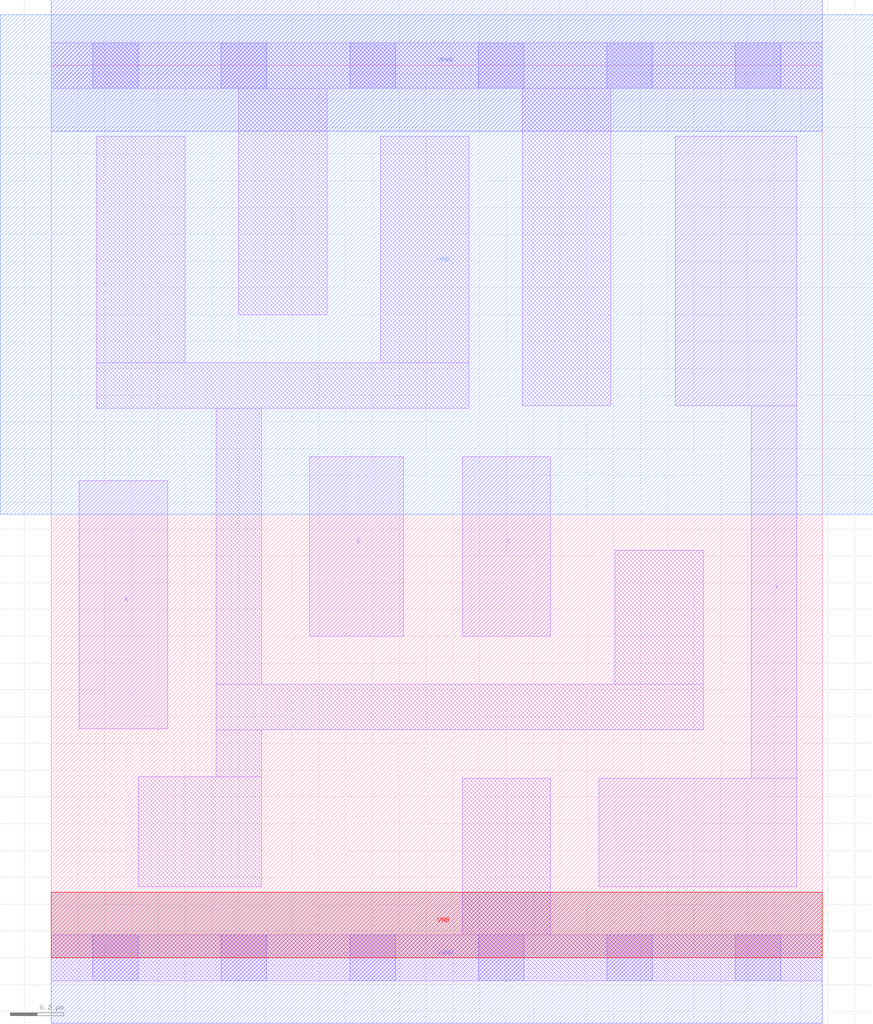
<source format=lef>
# Copyright 2020 The SkyWater PDK Authors
#
# Licensed under the Apache License, Version 2.0 (the "License");
# you may not use this file except in compliance with the License.
# You may obtain a copy of the License at
#
#     https://www.apache.org/licenses/LICENSE-2.0
#
# Unless required by applicable law or agreed to in writing, software
# distributed under the License is distributed on an "AS IS" BASIS,
# WITHOUT WARRANTIES OR CONDITIONS OF ANY KIND, either express or implied.
# See the License for the specific language governing permissions and
# limitations under the License.
#
# SPDX-License-Identifier: Apache-2.0

VERSION 5.7 ;
  NOWIREEXTENSIONATPIN ON ;
  DIVIDERCHAR "/" ;
  BUSBITCHARS "[]" ;
MACRO sky130_fd_sc_lp__and3_lp
  CLASS CORE ;
  FOREIGN sky130_fd_sc_lp__and3_lp ;
  ORIGIN  0.000000  0.000000 ;
  SIZE  2.880000 BY  3.330000 ;
  SYMMETRY X Y R90 ;
  SITE unit ;
  PIN A
    ANTENNAGATEAREA  0.313000 ;
    DIRECTION INPUT ;
    USE SIGNAL ;
    PORT
      LAYER li1 ;
        RECT 0.105000 0.855000 0.435000 1.780000 ;
    END
  END A
  PIN B
    ANTENNAGATEAREA  0.313000 ;
    DIRECTION INPUT ;
    USE SIGNAL ;
    PORT
      LAYER li1 ;
        RECT 0.965000 1.200000 1.315000 1.870000 ;
    END
  END B
  PIN C
    ANTENNAGATEAREA  0.313000 ;
    DIRECTION INPUT ;
    USE SIGNAL ;
    PORT
      LAYER li1 ;
        RECT 1.535000 1.200000 1.865000 1.870000 ;
    END
  END C
  PIN X
    ANTENNADIFFAREA  0.404700 ;
    DIRECTION OUTPUT ;
    USE SIGNAL ;
    PORT
      LAYER li1 ;
        RECT 2.045000 0.265000 2.785000 0.670000 ;
        RECT 2.330000 2.060000 2.785000 3.065000 ;
        RECT 2.615000 0.670000 2.785000 2.060000 ;
    END
  END X
  PIN VGND
    DIRECTION INOUT ;
    USE GROUND ;
    PORT
      LAYER met1 ;
        RECT 0.000000 -0.245000 2.880000 0.245000 ;
    END
  END VGND
  PIN VNB
    DIRECTION INOUT ;
    USE GROUND ;
    PORT
      LAYER pwell ;
        RECT 0.000000 0.000000 2.880000 0.245000 ;
    END
  END VNB
  PIN VPB
    DIRECTION INOUT ;
    USE POWER ;
    PORT
      LAYER nwell ;
        RECT -0.190000 1.655000 3.070000 3.520000 ;
    END
  END VPB
  PIN VPWR
    DIRECTION INOUT ;
    USE POWER ;
    PORT
      LAYER met1 ;
        RECT 0.000000 3.085000 2.880000 3.575000 ;
    END
  END VPWR
  OBS
    LAYER li1 ;
      RECT 0.000000 -0.085000 2.880000 0.085000 ;
      RECT 0.000000  3.245000 2.880000 3.415000 ;
      RECT 0.170000  2.050000 1.560000 2.220000 ;
      RECT 0.170000  2.220000 0.500000 3.065000 ;
      RECT 0.325000  0.265000 0.785000 0.675000 ;
      RECT 0.615000  0.675000 0.785000 0.850000 ;
      RECT 0.615000  0.850000 2.435000 1.020000 ;
      RECT 0.615000  1.020000 0.785000 2.050000 ;
      RECT 0.700000  2.400000 1.030000 3.245000 ;
      RECT 1.230000  2.220000 1.560000 3.065000 ;
      RECT 1.535000  0.085000 1.865000 0.670000 ;
      RECT 1.760000  2.060000 2.090000 3.245000 ;
      RECT 2.105000  1.020000 2.435000 1.520000 ;
    LAYER mcon ;
      RECT 0.155000 -0.085000 0.325000 0.085000 ;
      RECT 0.155000  3.245000 0.325000 3.415000 ;
      RECT 0.635000 -0.085000 0.805000 0.085000 ;
      RECT 0.635000  3.245000 0.805000 3.415000 ;
      RECT 1.115000 -0.085000 1.285000 0.085000 ;
      RECT 1.115000  3.245000 1.285000 3.415000 ;
      RECT 1.595000 -0.085000 1.765000 0.085000 ;
      RECT 1.595000  3.245000 1.765000 3.415000 ;
      RECT 2.075000 -0.085000 2.245000 0.085000 ;
      RECT 2.075000  3.245000 2.245000 3.415000 ;
      RECT 2.555000 -0.085000 2.725000 0.085000 ;
      RECT 2.555000  3.245000 2.725000 3.415000 ;
  END
END sky130_fd_sc_lp__and3_lp
END LIBRARY

</source>
